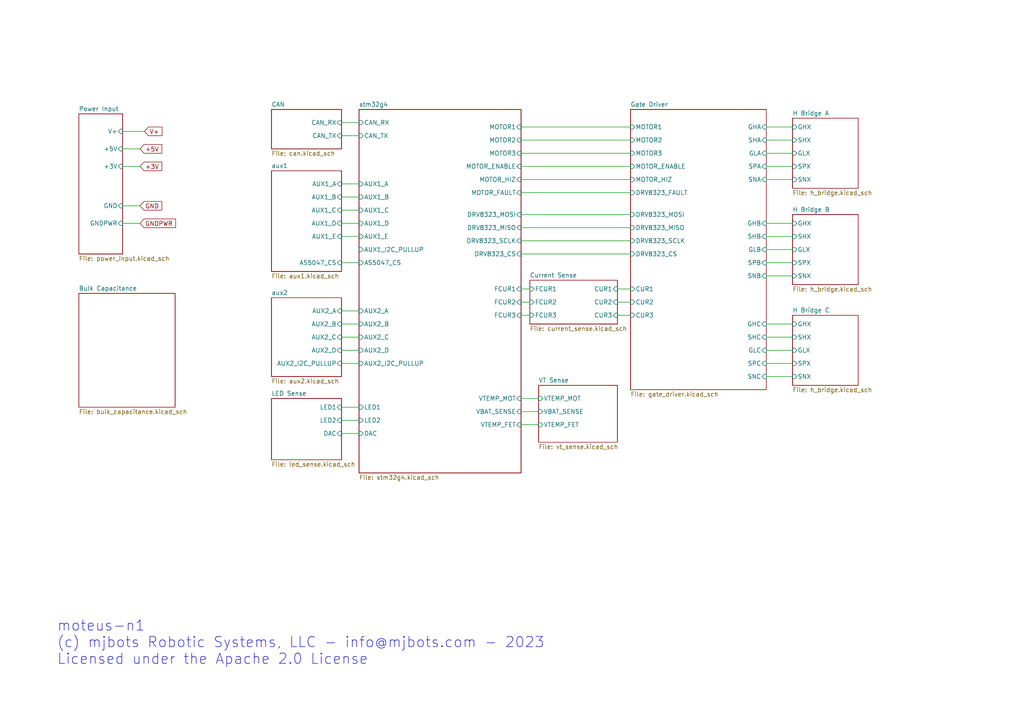
<source format=kicad_sch>
(kicad_sch (version 20230121) (generator eeschema)

  (uuid bd70986b-b0dc-4add-82aa-78459b97d0c4)

  (paper "A4")

  (title_block
    (title "moteus-c1")
    (rev "1.0")
  )

  (lib_symbols
  )


  (wire (pts (xy 222.25 40.64) (xy 229.87 40.64))
    (stroke (width 0) (type default))
    (uuid 0453d13e-9080-4435-bba4-fa9a0ddcebb0)
  )
  (wire (pts (xy 222.25 72.39) (xy 229.87 72.39))
    (stroke (width 0) (type default))
    (uuid 06cebf6d-32e3-4fe3-944f-1dadb524f351)
  )
  (wire (pts (xy 99.06 125.73) (xy 104.14 125.73))
    (stroke (width 0) (type default))
    (uuid 0782cdb1-943c-40e4-8735-cf8a0a43bf93)
  )
  (wire (pts (xy 222.25 101.6) (xy 229.87 101.6))
    (stroke (width 0) (type default))
    (uuid 1033ac11-18b4-4320-97dd-9f009dcd35e6)
  )
  (wire (pts (xy 151.13 91.44) (xy 153.67 91.44))
    (stroke (width 0) (type default))
    (uuid 1865345f-fe97-471a-9109-72d0ada36363)
  )
  (wire (pts (xy 99.06 53.34) (xy 104.14 53.34))
    (stroke (width 0) (type default))
    (uuid 1ec38ec3-0093-4da9-b03a-57f768c9a937)
  )
  (wire (pts (xy 222.25 36.83) (xy 229.87 36.83))
    (stroke (width 0) (type default))
    (uuid 24001307-4503-463f-9e64-b03ff696eac6)
  )
  (wire (pts (xy 151.13 40.64) (xy 182.88 40.64))
    (stroke (width 0) (type default))
    (uuid 2c766db2-a1c1-4d45-882e-6e2b971b0721)
  )
  (wire (pts (xy 179.07 91.44) (xy 182.88 91.44))
    (stroke (width 0) (type default))
    (uuid 33b92c91-c855-4ed8-a118-03f490120128)
  )
  (wire (pts (xy 222.25 48.26) (xy 229.87 48.26))
    (stroke (width 0) (type default))
    (uuid 3697ced4-034c-4d38-9978-7841bc5ec705)
  )
  (wire (pts (xy 151.13 36.83) (xy 182.88 36.83))
    (stroke (width 0) (type default))
    (uuid 37eacf1f-e12b-449f-be81-415a3cf7c255)
  )
  (wire (pts (xy 99.06 64.77) (xy 104.14 64.77))
    (stroke (width 0) (type default))
    (uuid 3b070ee2-69ea-4a8e-8387-bce930f11d2c)
  )
  (wire (pts (xy 99.06 60.96) (xy 104.14 60.96))
    (stroke (width 0) (type default))
    (uuid 3c6cdbdd-80a6-4106-a104-ecf2b8dcdc78)
  )
  (wire (pts (xy 151.13 87.63) (xy 153.67 87.63))
    (stroke (width 0) (type default))
    (uuid 41888145-369c-4744-af8a-6f546c2f535e)
  )
  (wire (pts (xy 222.25 109.22) (xy 229.87 109.22))
    (stroke (width 0) (type default))
    (uuid 4206b13f-87f6-4911-a518-70be2f7bf3b6)
  )
  (wire (pts (xy 222.25 64.77) (xy 229.87 64.77))
    (stroke (width 0) (type default))
    (uuid 43830f74-4b7a-41f1-a6fd-b5d139b546fe)
  )
  (wire (pts (xy 35.56 64.77) (xy 40.64 64.77))
    (stroke (width 0) (type default))
    (uuid 463da0ce-dcdb-40a9-9496-18c3ea487abf)
  )
  (wire (pts (xy 179.07 87.63) (xy 182.88 87.63))
    (stroke (width 0) (type default))
    (uuid 481e7171-3215-4a72-925a-c2c2e16bec08)
  )
  (wire (pts (xy 99.06 97.79) (xy 104.14 97.79))
    (stroke (width 0) (type default))
    (uuid 4bccdd40-a79b-4a84-9488-170b62bc37aa)
  )
  (wire (pts (xy 151.13 83.82) (xy 153.67 83.82))
    (stroke (width 0) (type default))
    (uuid 4d9100c2-9bbc-45c4-beb1-738fa3de1d21)
  )
  (wire (pts (xy 222.25 97.79) (xy 229.87 97.79))
    (stroke (width 0) (type default))
    (uuid 4e3b4b01-870a-4a40-8b1d-bd18afe20538)
  )
  (wire (pts (xy 99.06 39.37) (xy 104.14 39.37))
    (stroke (width 0) (type default))
    (uuid 4e9818c5-7afe-4557-93db-958cbe51a646)
  )
  (wire (pts (xy 99.06 93.98) (xy 104.14 93.98))
    (stroke (width 0) (type default))
    (uuid 4f6fa7af-a5fb-43de-b5a2-553fa64204bf)
  )
  (wire (pts (xy 99.06 76.2) (xy 104.14 76.2))
    (stroke (width 0) (type default))
    (uuid 53d35f48-69dd-4635-80ca-a660570cf0ad)
  )
  (wire (pts (xy 222.25 93.98) (xy 229.87 93.98))
    (stroke (width 0) (type default))
    (uuid 599dc9c1-f4f2-4c7a-9e70-5695e720f4be)
  )
  (wire (pts (xy 99.06 101.6) (xy 104.14 101.6))
    (stroke (width 0) (type default))
    (uuid 5ffd32fc-61c8-4e9c-bb5f-3b8d9b302d51)
  )
  (wire (pts (xy 222.25 80.01) (xy 229.87 80.01))
    (stroke (width 0) (type default))
    (uuid 66322f1e-d1e0-4ec7-81b9-3a270ade5f8c)
  )
  (wire (pts (xy 99.06 121.92) (xy 104.14 121.92))
    (stroke (width 0) (type default))
    (uuid 70ced2b9-d0e8-48c2-ba0a-334ea6d8527e)
  )
  (wire (pts (xy 222.25 44.45) (xy 229.87 44.45))
    (stroke (width 0) (type default))
    (uuid 764fc7a8-bd12-4cc1-8ba1-5aff1b2b240b)
  )
  (wire (pts (xy 179.07 83.82) (xy 182.88 83.82))
    (stroke (width 0) (type default))
    (uuid 796052cc-1a7f-4514-98b6-70235abdc736)
  )
  (wire (pts (xy 40.64 43.18) (xy 35.56 43.18))
    (stroke (width 0) (type default))
    (uuid 7a8aadcc-5b3d-488b-9981-a84a479324f6)
  )
  (wire (pts (xy 222.25 52.07) (xy 229.87 52.07))
    (stroke (width 0) (type default))
    (uuid 7c61daa9-f799-456f-aa33-deedbfa81e41)
  )
  (wire (pts (xy 222.25 76.2) (xy 229.87 76.2))
    (stroke (width 0) (type default))
    (uuid 844bbc3c-0f96-4d71-8729-f785ceede3ba)
  )
  (wire (pts (xy 99.06 90.17) (xy 104.14 90.17))
    (stroke (width 0) (type default))
    (uuid 869587b4-4881-478f-87cc-752617f71beb)
  )
  (wire (pts (xy 151.13 55.88) (xy 182.88 55.88))
    (stroke (width 0) (type default))
    (uuid 89048943-3ced-45eb-a09b-1b1c89518b0b)
  )
  (wire (pts (xy 151.13 115.57) (xy 156.21 115.57))
    (stroke (width 0) (type default))
    (uuid 8cb62fdb-6ac5-4472-9cd8-cfded8ae8821)
  )
  (wire (pts (xy 151.13 48.26) (xy 182.88 48.26))
    (stroke (width 0) (type default))
    (uuid 8d1a773c-86e9-4e11-a028-6c6e0603cc6c)
  )
  (wire (pts (xy 99.06 118.11) (xy 104.14 118.11))
    (stroke (width 0) (type default))
    (uuid 8e8b7372-6563-4416-a465-05790d18d53a)
  )
  (wire (pts (xy 151.13 62.23) (xy 182.88 62.23))
    (stroke (width 0) (type default))
    (uuid 8fa66462-4b3c-45ac-bf48-f15ee54cc6ff)
  )
  (wire (pts (xy 151.13 44.45) (xy 182.88 44.45))
    (stroke (width 0) (type default))
    (uuid 9088ed93-83bb-4519-9ee2-11879f8b914b)
  )
  (wire (pts (xy 99.06 35.56) (xy 104.14 35.56))
    (stroke (width 0) (type default))
    (uuid 931315d6-f4ac-478d-a428-b38de7e51198)
  )
  (wire (pts (xy 99.06 105.41) (xy 104.14 105.41))
    (stroke (width 0) (type default))
    (uuid 9408c1d2-8bfa-4a29-8ea1-0040de5150b0)
  )
  (wire (pts (xy 151.13 73.66) (xy 182.88 73.66))
    (stroke (width 0) (type default))
    (uuid 9cf5a255-a134-4763-929c-8318b91128be)
  )
  (wire (pts (xy 151.13 52.07) (xy 182.88 52.07))
    (stroke (width 0) (type default))
    (uuid ab89158e-aba2-44de-a418-05120789495b)
  )
  (wire (pts (xy 222.25 68.58) (xy 229.87 68.58))
    (stroke (width 0) (type default))
    (uuid b48d51bc-f669-43b6-8c37-2ef52649d2f0)
  )
  (wire (pts (xy 222.25 105.41) (xy 229.87 105.41))
    (stroke (width 0) (type default))
    (uuid b5c047f6-e70c-4f04-908a-cd6e9a92216a)
  )
  (wire (pts (xy 99.06 57.15) (xy 104.14 57.15))
    (stroke (width 0) (type default))
    (uuid bc91fbdf-b599-44b8-96ae-226361219fcf)
  )
  (wire (pts (xy 35.56 38.1) (xy 41.91 38.1))
    (stroke (width 0) (type default))
    (uuid c645c1ee-d10f-4128-b488-78b7aae92737)
  )
  (wire (pts (xy 151.13 123.19) (xy 156.21 123.19))
    (stroke (width 0) (type default))
    (uuid c71b479f-003b-4ff8-abd1-9c02abe4a90c)
  )
  (wire (pts (xy 99.06 68.58) (xy 104.14 68.58))
    (stroke (width 0) (type default))
    (uuid d2c7d05b-e2e1-4628-9e2f-9f550c4a3d62)
  )
  (wire (pts (xy 40.64 48.26) (xy 35.56 48.26))
    (stroke (width 0) (type default))
    (uuid da315b48-ff91-4de0-b484-94bca6b894c0)
  )
  (wire (pts (xy 151.13 119.38) (xy 156.21 119.38))
    (stroke (width 0) (type default))
    (uuid ed03b628-99ad-49fb-8a6a-d0df7f5c5d1d)
  )
  (wire (pts (xy 35.56 59.69) (xy 40.64 59.69))
    (stroke (width 0) (type default))
    (uuid eeab07e6-705f-4caa-b291-01932e6a47c7)
  )
  (wire (pts (xy 151.13 69.85) (xy 182.88 69.85))
    (stroke (width 0) (type default))
    (uuid f6009420-031e-4fc5-8440-c0e7ea54997e)
  )
  (wire (pts (xy 151.13 66.04) (xy 182.88 66.04))
    (stroke (width 0) (type default))
    (uuid ff2d98f1-52a1-4f36-89cb-d629dd695026)
  )

  (text "moteus-n1\n(c) mjbots Robotic Systems, LLC - info@mjbots.com - 2023\nLicensed under the Apache 2.0 License"
    (at 16.51 193.04 0)
    (effects (font (size 3 3)) (justify left bottom))
    (uuid e1dda6fd-0178-41ae-8fbc-01df90c7fa5a)
  )

  (global_label "+3V" (shape input) (at 40.64 48.26 0) (fields_autoplaced)
    (effects (font (size 1.27 1.27)) (justify left))
    (uuid 0add2a8d-7d75-4b82-9400-a19b1f33875f)
    (property "Intersheetrefs" "${INTERSHEET_REFS}" (at 47.4957 48.26 0)
      (effects (font (size 1.27 1.27)) (justify left) hide)
    )
  )
  (global_label "V+" (shape input) (at 41.91 38.1 0) (fields_autoplaced)
    (effects (font (size 1.27 1.27)) (justify left))
    (uuid 67f96dfa-4157-4fdb-9391-d94043ef23e9)
    (property "Intersheetrefs" "${INTERSHEET_REFS}" (at 47.5562 38.1 0)
      (effects (font (size 1.27 1.27)) (justify left) hide)
    )
  )
  (global_label "+5V" (shape input) (at 40.64 43.18 0) (fields_autoplaced)
    (effects (font (size 1.27 1.27)) (justify left))
    (uuid 6d3719a9-59ed-46ce-bdcb-f5077188ce3b)
    (property "Intersheetrefs" "${INTERSHEET_REFS}" (at 47.4957 43.18 0)
      (effects (font (size 1.27 1.27)) (justify left) hide)
    )
  )
  (global_label "GNDPWR" (shape input) (at 40.64 64.77 0) (fields_autoplaced)
    (effects (font (size 1.27 1.27)) (justify left))
    (uuid 6e68f8c3-fd1f-4ce1-8a3b-28de0a918834)
    (property "Intersheetrefs" "${INTERSHEET_REFS}" (at 51.4871 64.77 0)
      (effects (font (size 1.27 1.27)) (justify left) hide)
    )
  )
  (global_label "GND" (shape input) (at 40.64 59.69 0) (fields_autoplaced)
    (effects (font (size 1.27 1.27)) (justify left))
    (uuid fa8d774d-aeec-464f-badb-bd0544670260)
    (property "Intersheetrefs" "${INTERSHEET_REFS}" (at 47.4957 59.69 0)
      (effects (font (size 1.27 1.27)) (justify left) hide)
    )
  )

  (sheet (at 156.21 111.76) (size 22.86 16.51) (fields_autoplaced)
    (stroke (width 0.1524) (type solid))
    (fill (color 0 0 0 0.0000))
    (uuid 48d13d89-b8be-47a2-a862-a49a2f59de27)
    (property "Sheetname" "VT Sense" (at 156.21 111.0484 0)
      (effects (font (size 1.27 1.27)) (justify left bottom))
    )
    (property "Sheetfile" "vt_sense.kicad_sch" (at 156.21 128.8546 0)
      (effects (font (size 1.27 1.27)) (justify left top))
    )
    (pin "VBAT_SENSE" input (at 156.21 119.38 180)
      (effects (font (size 1.27 1.27)) (justify left))
      (uuid bbb3b8f2-9534-4eeb-9b65-d8eddf54a171)
    )
    (pin "VTEMP_FET" input (at 156.21 123.19 180)
      (effects (font (size 1.27 1.27)) (justify left))
      (uuid 29ddb265-c2e5-47df-b2a3-3d3d9f45eeb5)
    )
    (pin "VTEMP_MOT" input (at 156.21 115.57 180)
      (effects (font (size 1.27 1.27)) (justify left))
      (uuid f9c92c9e-6521-4e64-890d-03497dfa20b6)
    )
    (instances
      (project "moteus_c1"
        (path "/bd70986b-b0dc-4add-82aa-78459b97d0c4" (page "10"))
      )
    )
  )

  (sheet (at 78.74 115.57) (size 20.32 17.78) (fields_autoplaced)
    (stroke (width 0.1524) (type solid))
    (fill (color 0 0 0 0.0000))
    (uuid 54136a62-2cda-4bb6-b3b3-758464ba372d)
    (property "Sheetname" "LED Sense" (at 78.74 114.8584 0)
      (effects (font (size 1.27 1.27)) (justify left bottom))
    )
    (property "Sheetfile" "led_sense.kicad_sch" (at 78.74 133.9346 0)
      (effects (font (size 1.27 1.27)) (justify left top))
    )
    (pin "LED1" input (at 99.06 118.11 0)
      (effects (font (size 1.27 1.27)) (justify right))
      (uuid 52014f76-d07a-4d42-9dcc-359e348e63d2)
    )
    (pin "LED2" input (at 99.06 121.92 0)
      (effects (font (size 1.27 1.27)) (justify right))
      (uuid 3d783969-8eaf-44bf-9cb0-c9f481e259b3)
    )
    (pin "DAC" input (at 99.06 125.73 0)
      (effects (font (size 1.27 1.27)) (justify right))
      (uuid e9898270-2802-41e2-aed1-92397e843c02)
    )
    (instances
      (project "moteus_c1"
        (path "/bd70986b-b0dc-4add-82aa-78459b97d0c4" (page "13"))
      )
    )
  )

  (sheet (at 104.14 31.75) (size 46.99 105.41) (fields_autoplaced)
    (stroke (width 0.1524) (type solid))
    (fill (color 0 0 0 0.0000))
    (uuid 5e769ee1-ce48-46cf-88a7-f438acd37f48)
    (property "Sheetname" "stm32g4" (at 104.14 31.0384 0)
      (effects (font (size 1.27 1.27)) (justify left bottom))
    )
    (property "Sheetfile" "stm32g4.kicad_sch" (at 104.14 137.7446 0)
      (effects (font (size 1.27 1.27)) (justify left top))
    )
    (pin "MOTOR1" input (at 151.13 36.83 0)
      (effects (font (size 1.27 1.27)) (justify right))
      (uuid 70b10a71-a2e0-4954-a4d1-22aa9ee706f2)
    )
    (pin "MOTOR2" input (at 151.13 40.64 0)
      (effects (font (size 1.27 1.27)) (justify right))
      (uuid a3918b9f-bb98-4d3d-a359-83606ffa795e)
    )
    (pin "MOTOR3" input (at 151.13 44.45 0)
      (effects (font (size 1.27 1.27)) (justify right))
      (uuid 320f647b-4662-4273-9ab7-8ea6029950cb)
    )
    (pin "FCUR1" input (at 151.13 83.82 0)
      (effects (font (size 1.27 1.27)) (justify right))
      (uuid 0b64a39d-f353-4b46-9823-f94021a998cd)
    )
    (pin "FCUR2" input (at 151.13 87.63 0)
      (effects (font (size 1.27 1.27)) (justify right))
      (uuid 0614a92f-826d-43ce-babd-f4b388ad4f5c)
    )
    (pin "DAC" input (at 104.14 125.73 180)
      (effects (font (size 1.27 1.27)) (justify left))
      (uuid 4a4b986d-a676-4b7b-9a60-fb3218282e47)
    )
    (pin "AUX1_A" input (at 104.14 53.34 180)
      (effects (font (size 1.27 1.27)) (justify left))
      (uuid a27b1f1c-6a1d-49e4-9b87-01420245adbc)
    )
    (pin "VTEMP_MOT" input (at 151.13 115.57 0)
      (effects (font (size 1.27 1.27)) (justify right))
      (uuid b581ba8a-b98a-45f7-8dfc-9b74f99d3f59)
    )
    (pin "VBAT_SENSE" input (at 151.13 119.38 0)
      (effects (font (size 1.27 1.27)) (justify right))
      (uuid 981d6cda-c12b-44fa-9295-757ae7cc6947)
    )
    (pin "AUX2_B" input (at 104.14 93.98 180)
      (effects (font (size 1.27 1.27)) (justify left))
      (uuid 67889a2c-1018-4604-8628-d4a74123c04e)
    )
    (pin "AUX2_C" input (at 104.14 97.79 180)
      (effects (font (size 1.27 1.27)) (justify left))
      (uuid 6ddc16a0-38c2-46cf-b91c-e6ef3a427c96)
    )
    (pin "AUX1_C" input (at 104.14 60.96 180)
      (effects (font (size 1.27 1.27)) (justify left))
      (uuid 0f1a3287-731b-4b29-98c1-99e55d046400)
    )
    (pin "MOTOR_ENABLE" input (at 151.13 48.26 0)
      (effects (font (size 1.27 1.27)) (justify right))
      (uuid edecaf73-408c-4ae5-b7d2-88dffd5a12dc)
    )
    (pin "MOTOR_HIZ" input (at 151.13 52.07 0)
      (effects (font (size 1.27 1.27)) (justify right))
      (uuid 40c45712-b27d-4748-9ba4-bc903559b253)
    )
    (pin "AUX2_A" input (at 104.14 90.17 180)
      (effects (font (size 1.27 1.27)) (justify left))
      (uuid 1379d3fe-5875-465d-bffb-51da10eff678)
    )
    (pin "DRV8323_MOSI" input (at 151.13 62.23 0)
      (effects (font (size 1.27 1.27)) (justify right))
      (uuid b946a3ec-d305-4545-bf6f-dbb5bd44ae84)
    )
    (pin "DRV8323_MISO" input (at 151.13 66.04 0)
      (effects (font (size 1.27 1.27)) (justify right))
      (uuid a4d4cc57-8812-4745-adac-316b3088919f)
    )
    (pin "DRV8323_SCLK" input (at 151.13 69.85 0)
      (effects (font (size 1.27 1.27)) (justify right))
      (uuid a4bd8c15-cf04-4587-98f7-f1052c579b2a)
    )
    (pin "LED2" input (at 104.14 121.92 180)
      (effects (font (size 1.27 1.27)) (justify left))
      (uuid 95d6c0cf-3bd7-418e-a962-1e5190d82c69)
    )
    (pin "MOTOR_FAULT" input (at 151.13 55.88 0)
      (effects (font (size 1.27 1.27)) (justify right))
      (uuid ca9ba732-a542-4e75-af73-82a967674198)
    )
    (pin "LED1" input (at 104.14 118.11 180)
      (effects (font (size 1.27 1.27)) (justify left))
      (uuid 5a7844ef-15cb-411f-8416-633f0f23ed6a)
    )
    (pin "DRV8323_CS" input (at 151.13 73.66 0)
      (effects (font (size 1.27 1.27)) (justify right))
      (uuid f8e8da0b-0bb8-4137-a3a0-055648f6bad9)
    )
    (pin "AUX2_I2C_PULLUP" input (at 104.14 105.41 180)
      (effects (font (size 1.27 1.27)) (justify left))
      (uuid 486bf4e6-54b1-447f-b3ae-8bc8eb01547f)
    )
    (pin "AUX1_D" input (at 104.14 64.77 180)
      (effects (font (size 1.27 1.27)) (justify left))
      (uuid 605363f5-0c18-49ae-bd7b-126f26df7c05)
    )
    (pin "AS5047_CS" input (at 104.14 76.2 180)
      (effects (font (size 1.27 1.27)) (justify left))
      (uuid 766ff0cd-27bf-4478-99e6-8d3be7d90359)
    )
    (pin "AUX1_E" input (at 104.14 68.58 180)
      (effects (font (size 1.27 1.27)) (justify left))
      (uuid d8c6b48f-5e4e-42f9-a173-c5ab047468a6)
    )
    (pin "FCUR3" input (at 151.13 91.44 0)
      (effects (font (size 1.27 1.27)) (justify right))
      (uuid 035b8ab7-f6a2-402b-b947-54360fbb5b7f)
    )
    (pin "AUX1_B" input (at 104.14 57.15 180)
      (effects (font (size 1.27 1.27)) (justify left))
      (uuid b2947f30-6eab-4d95-968f-ea444871da86)
    )
    (pin "CAN_RX" input (at 104.14 35.56 180)
      (effects (font (size 1.27 1.27)) (justify left))
      (uuid 36a405e7-1f4f-4e5f-9456-2728b76ceb9e)
    )
    (pin "CAN_TX" input (at 104.14 39.37 180)
      (effects (font (size 1.27 1.27)) (justify left))
      (uuid e315c754-abdb-43a3-a2b3-715febb28294)
    )
    (pin "VTEMP_FET" input (at 151.13 123.19 0)
      (effects (font (size 1.27 1.27)) (justify right))
      (uuid ab8d41a5-2379-41c5-bf67-e3683889fbd2)
    )
    (pin "AUX2_D" input (at 104.14 101.6 180)
      (effects (font (size 1.27 1.27)) (justify left))
      (uuid 405b8ec8-1386-4b8c-b178-4c38c3bd5f3e)
    )
    (pin "AUX1_I2C_PULLUP" input (at 104.14 72.39 180)
      (effects (font (size 1.27 1.27)) (justify left))
      (uuid 31b3a625-5a12-4e02-9f3f-dc793bd4ce26)
    )
    (instances
      (project "moteus_c1"
        (path "/bd70986b-b0dc-4add-82aa-78459b97d0c4" (page "3"))
      )
    )
  )

  (sheet (at 229.87 62.23) (size 19.05 20.32) (fields_autoplaced)
    (stroke (width 0.1524) (type solid))
    (fill (color 0 0 0 0.0000))
    (uuid 84723ca0-3c55-4a96-8456-927d28db47e5)
    (property "Sheetname" "H Bridge B" (at 229.87 61.5184 0)
      (effects (font (size 1.27 1.27)) (justify left bottom))
    )
    (property "Sheetfile" "h_bridge.kicad_sch" (at 229.87 83.1346 0)
      (effects (font (size 1.27 1.27)) (justify left top))
    )
    (pin "SHX" input (at 229.87 68.58 180)
      (effects (font (size 1.27 1.27)) (justify left))
      (uuid c6675c63-31be-45e4-9072-833e423689f2)
    )
    (pin "GHX" input (at 229.87 64.77 180)
      (effects (font (size 1.27 1.27)) (justify left))
      (uuid 9457bccb-d9ab-4c1a-9996-38d8850ad9e8)
    )
    (pin "SPX" input (at 229.87 76.2 180)
      (effects (font (size 1.27 1.27)) (justify left))
      (uuid e13f62bf-8430-4a83-a6a5-a169d1c6dab0)
    )
    (pin "SNX" input (at 229.87 80.01 180)
      (effects (font (size 1.27 1.27)) (justify left))
      (uuid d9089f49-9cbd-44fd-a6e9-b8b150684293)
    )
    (pin "GLX" input (at 229.87 72.39 180)
      (effects (font (size 1.27 1.27)) (justify left))
      (uuid b5408892-1a1c-48a6-9e11-af4703d58c75)
    )
    (instances
      (project "moteus_c1"
        (path "/bd70986b-b0dc-4add-82aa-78459b97d0c4" (page "6"))
      )
    )
  )

  (sheet (at 22.86 85.09) (size 27.94 33.02) (fields_autoplaced)
    (stroke (width 0.1524) (type solid))
    (fill (color 0 0 0 0.0000))
    (uuid 87da30b6-f12f-4b45-8295-412e1241022b)
    (property "Sheetname" "Bulk Capacitance" (at 22.86 84.3784 0)
      (effects (font (size 1.27 1.27)) (justify left bottom))
    )
    (property "Sheetfile" "bulk_capacitance.kicad_sch" (at 22.86 118.6946 0)
      (effects (font (size 1.27 1.27)) (justify left top))
    )
    (instances
      (project "moteus_c1"
        (path "/bd70986b-b0dc-4add-82aa-78459b97d0c4" (page "14"))
      )
    )
  )

  (sheet (at 229.87 91.44) (size 19.05 20.32) (fields_autoplaced)
    (stroke (width 0.1524) (type solid))
    (fill (color 0 0 0 0.0000))
    (uuid 925a84d2-19c0-462d-bae4-aa3034c06df6)
    (property "Sheetname" "H Bridge C" (at 229.87 90.7284 0)
      (effects (font (size 1.27 1.27)) (justify left bottom))
    )
    (property "Sheetfile" "h_bridge.kicad_sch" (at 229.87 112.3446 0)
      (effects (font (size 1.27 1.27)) (justify left top))
    )
    (pin "SHX" input (at 229.87 97.79 180)
      (effects (font (size 1.27 1.27)) (justify left))
      (uuid da7b01af-2d6b-4bef-8fd9-d3aef9cb7b42)
    )
    (pin "GHX" input (at 229.87 93.98 180)
      (effects (font (size 1.27 1.27)) (justify left))
      (uuid a2669cb3-7fcf-4b73-b3e8-74851dda05b5)
    )
    (pin "SPX" input (at 229.87 105.41 180)
      (effects (font (size 1.27 1.27)) (justify left))
      (uuid 74cd9d0c-7475-4fa0-963d-cac619f13b8e)
    )
    (pin "SNX" input (at 229.87 109.22 180)
      (effects (font (size 1.27 1.27)) (justify left))
      (uuid 7f2ac8ac-023e-482b-9e2b-a5521ccb53a7)
    )
    (pin "GLX" input (at 229.87 101.6 180)
      (effects (font (size 1.27 1.27)) (justify left))
      (uuid cb3158f0-f0e0-4b21-8273-f415b0a53b42)
    )
    (instances
      (project "moteus_c1"
        (path "/bd70986b-b0dc-4add-82aa-78459b97d0c4" (page "7"))
      )
    )
  )

  (sheet (at 78.74 86.36) (size 20.32 22.86) (fields_autoplaced)
    (stroke (width 0.1524) (type solid))
    (fill (color 0 0 0 0.0000))
    (uuid acdbdec5-9b31-4472-ad9c-e25ff8f3815b)
    (property "Sheetname" "aux2" (at 78.74 85.6484 0)
      (effects (font (size 1.27 1.27)) (justify left bottom))
    )
    (property "Sheetfile" "aux2.kicad_sch" (at 78.74 109.8046 0)
      (effects (font (size 1.27 1.27)) (justify left top))
    )
    (pin "AUX2_A" input (at 99.06 90.17 0)
      (effects (font (size 1.27 1.27)) (justify right))
      (uuid bf0c5ac7-e1da-40bf-be5b-fd5cf04f522c)
    )
    (pin "AUX2_D" input (at 99.06 101.6 0)
      (effects (font (size 1.27 1.27)) (justify right))
      (uuid 96ecb92a-1ee2-4d17-b0c7-c1d08a2c4183)
    )
    (pin "AUX2_C" input (at 99.06 97.79 0)
      (effects (font (size 1.27 1.27)) (justify right))
      (uuid 1420074e-547b-44a0-9943-9ab6fd61b86a)
    )
    (pin "AUX2_B" input (at 99.06 93.98 0)
      (effects (font (size 1.27 1.27)) (justify right))
      (uuid 7ff80d0e-df2e-4b69-b91b-f61fdf2c9d7c)
    )
    (pin "AUX2_I2C_PULLUP" input (at 99.06 105.41 0)
      (effects (font (size 1.27 1.27)) (justify right))
      (uuid 1f11fc10-4685-4ebe-9571-0596cbb48a80)
    )
    (instances
      (project "moteus_c1"
        (path "/bd70986b-b0dc-4add-82aa-78459b97d0c4" (page "11"))
      )
    )
  )

  (sheet (at 153.67 81.28) (size 25.4 12.7) (fields_autoplaced)
    (stroke (width 0.1524) (type solid))
    (fill (color 0 0 0 0.0000))
    (uuid adfb1ba9-8cbb-4111-b231-612817615ad7)
    (property "Sheetname" "Current Sense" (at 153.67 80.5684 0)
      (effects (font (size 1.27 1.27)) (justify left bottom))
    )
    (property "Sheetfile" "current_sense.kicad_sch" (at 153.67 94.5646 0)
      (effects (font (size 1.27 1.27)) (justify left top))
    )
    (pin "CUR3" input (at 179.07 91.44 0)
      (effects (font (size 1.27 1.27)) (justify right))
      (uuid ddb6cf6d-ff5d-4606-88d3-f6475f2656c0)
    )
    (pin "CUR2" input (at 179.07 87.63 0)
      (effects (font (size 1.27 1.27)) (justify right))
      (uuid d9a31b58-e696-46f0-be42-5b4f7feb43dc)
    )
    (pin "CUR1" input (at 179.07 83.82 0)
      (effects (font (size 1.27 1.27)) (justify right))
      (uuid 1abaafd8-95c8-4802-ae61-b4e0896f9237)
    )
    (pin "FCUR1" input (at 153.67 83.82 180)
      (effects (font (size 1.27 1.27)) (justify left))
      (uuid 1fb7c95f-53b0-4e00-a52d-3dd6b651e86a)
    )
    (pin "FCUR3" input (at 153.67 91.44 180)
      (effects (font (size 1.27 1.27)) (justify left))
      (uuid 8af399a1-f321-4e0b-854e-5bcf5161bfdb)
    )
    (pin "FCUR2" input (at 153.67 87.63 180)
      (effects (font (size 1.27 1.27)) (justify left))
      (uuid b2faca98-51d0-4a25-bbe9-fe26b738774d)
    )
    (instances
      (project "moteus_c1"
        (path "/bd70986b-b0dc-4add-82aa-78459b97d0c4" (page "8"))
      )
    )
  )

  (sheet (at 182.88 31.75) (size 39.37 81.28) (fields_autoplaced)
    (stroke (width 0.1524) (type solid))
    (fill (color 0 0 0 0.0000))
    (uuid b408431b-0e42-4242-b4c3-a4965027c029)
    (property "Sheetname" "Gate Driver" (at 182.88 31.0384 0)
      (effects (font (size 1.27 1.27)) (justify left bottom))
    )
    (property "Sheetfile" "gate_driver.kicad_sch" (at 182.88 113.6146 0)
      (effects (font (size 1.27 1.27)) (justify left top))
    )
    (pin "GHA" input (at 222.25 36.83 0)
      (effects (font (size 1.27 1.27)) (justify right))
      (uuid de107f88-6b2a-4381-a423-850a0ebab33c)
    )
    (pin "SHA" input (at 222.25 40.64 0)
      (effects (font (size 1.27 1.27)) (justify right))
      (uuid d47b3e22-e455-4548-a10b-c7a6f0503104)
    )
    (pin "GLA" input (at 222.25 44.45 0)
      (effects (font (size 1.27 1.27)) (justify right))
      (uuid d22ae9dc-3622-4353-9cfc-54d15b3ef5d3)
    )
    (pin "GHC" input (at 222.25 93.98 0)
      (effects (font (size 1.27 1.27)) (justify right))
      (uuid f310ee8e-d47e-4c4f-9726-bf38928c9976)
    )
    (pin "SHC" input (at 222.25 97.79 0)
      (effects (font (size 1.27 1.27)) (justify right))
      (uuid 54fae1f4-930f-4ff3-bc99-3d838d276746)
    )
    (pin "GHB" input (at 222.25 64.77 0)
      (effects (font (size 1.27 1.27)) (justify right))
      (uuid 49477106-abb4-4cd7-b41f-a7826e64fdf4)
    )
    (pin "SHB" input (at 222.25 68.58 0)
      (effects (font (size 1.27 1.27)) (justify right))
      (uuid 1274d28a-1620-4841-83fa-d714178bee8d)
    )
    (pin "GLB" input (at 222.25 72.39 0)
      (effects (font (size 1.27 1.27)) (justify right))
      (uuid ea50343b-229e-4143-b7c4-0abc3ddb73c9)
    )
    (pin "MOTOR2" input (at 182.88 40.64 180)
      (effects (font (size 1.27 1.27)) (justify left))
      (uuid d6395815-ad59-496b-91a2-376a1d3ac1b5)
    )
    (pin "MOTOR_HIZ" input (at 182.88 52.07 180)
      (effects (font (size 1.27 1.27)) (justify left))
      (uuid 0da09653-0688-4f91-a115-42a9d66d633e)
    )
    (pin "MOTOR1" input (at 182.88 36.83 180)
      (effects (font (size 1.27 1.27)) (justify left))
      (uuid 716be231-f9f7-4959-a61c-ef5017d3a47a)
    )
    (pin "MOTOR_ENABLE" input (at 182.88 48.26 180)
      (effects (font (size 1.27 1.27)) (justify left))
      (uuid b6b4bc8b-ecee-4c2f-8ef3-c000603ba82e)
    )
    (pin "MOTOR3" input (at 182.88 44.45 180)
      (effects (font (size 1.27 1.27)) (justify left))
      (uuid d29f4440-2029-4555-874f-28236e85335a)
    )
    (pin "DRV8323_MISO" input (at 182.88 66.04 180)
      (effects (font (size 1.27 1.27)) (justify left))
      (uuid e26a031a-aa1b-4a04-ac6a-bd23f7ec769d)
    )
    (pin "DRV8323_MOSI" input (at 182.88 62.23 180)
      (effects (font (size 1.27 1.27)) (justify left))
      (uuid b9b7185b-c2fe-4904-9f17-a4f39fea0b46)
    )
    (pin "DRV8323_SCLK" input (at 182.88 69.85 180)
      (effects (font (size 1.27 1.27)) (justify left))
      (uuid 4baf0474-8408-44be-a516-f9bf770dbab5)
    )
    (pin "DRV8323_CS" input (at 182.88 73.66 180)
      (effects (font (size 1.27 1.27)) (justify left))
      (uuid ebc4ce5d-a907-4470-8079-a1c853ce29a8)
    )
    (pin "DRV8323_FAULT" input (at 182.88 55.88 180)
      (effects (font (size 1.27 1.27)) (justify left))
      (uuid 63152836-030f-4e1e-b552-da2b41fad633)
    )
    (pin "CUR1" input (at 182.88 83.82 180)
      (effects (font (size 1.27 1.27)) (justify left))
      (uuid 8ca1aa6d-a65e-42e5-adee-8b41d04e5975)
    )
    (pin "CUR2" input (at 182.88 87.63 180)
      (effects (font (size 1.27 1.27)) (justify left))
      (uuid 0c8c85e5-b3d7-45ff-946e-d9fc0cf02615)
    )
    (pin "CUR3" input (at 182.88 91.44 180)
      (effects (font (size 1.27 1.27)) (justify left))
      (uuid a64c81f2-13ef-4f0a-aa36-866da43a0c53)
    )
    (pin "SNA" input (at 222.25 52.07 0)
      (effects (font (size 1.27 1.27)) (justify right))
      (uuid d01ac95d-d9e5-4537-a026-7fe8b8e19ef1)
    )
    (pin "GLC" input (at 222.25 101.6 0)
      (effects (font (size 1.27 1.27)) (justify right))
      (uuid 63278131-4a9b-4254-8b9e-401d2572cfcf)
    )
    (pin "SPC" input (at 222.25 105.41 0)
      (effects (font (size 1.27 1.27)) (justify right))
      (uuid dc116be9-82f6-417f-93ce-3ed586b1e6fe)
    )
    (pin "SNC" input (at 222.25 109.22 0)
      (effects (font (size 1.27 1.27)) (justify right))
      (uuid 031ea14c-ff43-436b-9cee-0bbda34decd2)
    )
    (pin "SPB" input (at 222.25 76.2 0)
      (effects (font (size 1.27 1.27)) (justify right))
      (uuid 4da9fd8b-722a-4f2a-b678-03732bcae1f6)
    )
    (pin "SNB" input (at 222.25 80.01 0)
      (effects (font (size 1.27 1.27)) (justify right))
      (uuid d5111ac4-8367-4ea2-abf7-27049a39ed45)
    )
    (pin "SPA" input (at 222.25 48.26 0)
      (effects (font (size 1.27 1.27)) (justify right))
      (uuid e48fe514-637c-41a1-b0fb-8d47d3bb6d3b)
    )
    (instances
      (project "moteus_c1"
        (path "/bd70986b-b0dc-4add-82aa-78459b97d0c4" (page "4"))
      )
    )
  )

  (sheet (at 78.74 31.75) (size 20.32 11.43) (fields_autoplaced)
    (stroke (width 0.1524) (type solid))
    (fill (color 0 0 0 0.0000))
    (uuid cf7fb73e-e679-40b6-8bcc-ee7cd8d392ee)
    (property "Sheetname" "CAN" (at 78.74 31.0384 0)
      (effects (font (size 1.27 1.27)) (justify left bottom))
    )
    (property "Sheetfile" "can.kicad_sch" (at 78.74 43.7646 0)
      (effects (font (size 1.27 1.27)) (justify left top))
    )
    (pin "CAN_TX" input (at 99.06 39.37 0)
      (effects (font (size 1.27 1.27)) (justify right))
      (uuid edb4f3e3-162c-43ff-8a11-a1a9845f2c3a)
    )
    (pin "CAN_RX" input (at 99.06 35.56 0)
      (effects (font (size 1.27 1.27)) (justify right))
      (uuid e18a870b-8b6c-4a17-8f68-c46a92bc10c7)
    )
    (instances
      (project "moteus_c1"
        (path "/bd70986b-b0dc-4add-82aa-78459b97d0c4" (page "9"))
      )
    )
  )

  (sheet (at 22.86 33.02) (size 12.7 40.64) (fields_autoplaced)
    (stroke (width 0.1524) (type solid))
    (fill (color 0 0 0 0.0000))
    (uuid d4e0661f-9fe0-45a1-bd14-699222e26efc)
    (property "Sheetname" "Power Input" (at 22.86 32.3084 0)
      (effects (font (size 1.27 1.27)) (justify left bottom))
    )
    (property "Sheetfile" "power_input.kicad_sch" (at 22.86 74.2446 0)
      (effects (font (size 1.27 1.27)) (justify left top))
    )
    (pin "V+" input (at 35.56 38.1 0)
      (effects (font (size 1.27 1.27)) (justify right))
      (uuid 3315bbfb-673e-4fbd-81bb-b4b115acf616)
    )
    (pin "+5V" input (at 35.56 43.18 0)
      (effects (font (size 1.27 1.27)) (justify right))
      (uuid 37234f52-e3a0-4798-9e04-d9efc6120085)
    )
    (pin "+3V" input (at 35.56 48.26 0)
      (effects (font (size 1.27 1.27)) (justify right))
      (uuid 27289056-5a6c-49f4-9efb-83e67da0f9e2)
    )
    (pin "GNDPWR" input (at 35.56 64.77 0)
      (effects (font (size 1.27 1.27)) (justify right))
      (uuid 5ffde5e1-2752-4d94-904d-b0f938c21e35)
    )
    (pin "GND" input (at 35.56 59.69 0)
      (effects (font (size 1.27 1.27)) (justify right))
      (uuid eccda745-aa0d-41f0-8c53-7b71cfe2ba50)
    )
    (instances
      (project "moteus_c1"
        (path "/bd70986b-b0dc-4add-82aa-78459b97d0c4" (page "2"))
      )
    )
  )

  (sheet (at 229.87 34.29) (size 19.05 20.32) (fields_autoplaced)
    (stroke (width 0.1524) (type solid))
    (fill (color 0 0 0 0.0000))
    (uuid e54c5578-fae3-4911-a296-59c945d84f23)
    (property "Sheetname" "H Bridge A" (at 229.87 33.5784 0)
      (effects (font (size 1.27 1.27)) (justify left bottom))
    )
    (property "Sheetfile" "h_bridge.kicad_sch" (at 229.87 55.1946 0)
      (effects (font (size 1.27 1.27)) (justify left top))
    )
    (pin "SHX" input (at 229.87 40.64 180)
      (effects (font (size 1.27 1.27)) (justify left))
      (uuid ac57868a-c6c5-4c18-a849-d78622bb7469)
    )
    (pin "GHX" input (at 229.87 36.83 180)
      (effects (font (size 1.27 1.27)) (justify left))
      (uuid d1ff1c28-b0b0-4529-a553-aebc169a58e8)
    )
    (pin "SPX" input (at 229.87 48.26 180)
      (effects (font (size 1.27 1.27)) (justify left))
      (uuid 3d31cbe6-a25a-400b-9e77-f43739d47b7c)
    )
    (pin "SNX" input (at 229.87 52.07 180)
      (effects (font (size 1.27 1.27)) (justify left))
      (uuid eb9a9772-2a95-4842-9b9c-5907d712a56a)
    )
    (pin "GLX" input (at 229.87 44.45 180)
      (effects (font (size 1.27 1.27)) (justify left))
      (uuid d45dd5eb-8cac-4c3a-8616-b1187d73ab1a)
    )
    (instances
      (project "moteus_c1"
        (path "/bd70986b-b0dc-4add-82aa-78459b97d0c4" (page "5"))
      )
    )
  )

  (sheet (at 78.74 49.53) (size 20.32 29.21) (fields_autoplaced)
    (stroke (width 0.1524) (type solid))
    (fill (color 0 0 0 0.0000))
    (uuid f5ff11e6-5190-457d-9619-daef82e4425b)
    (property "Sheetname" "aux1" (at 78.74 48.8184 0)
      (effects (font (size 1.27 1.27)) (justify left bottom))
    )
    (property "Sheetfile" "aux1.kicad_sch" (at 78.74 79.3246 0)
      (effects (font (size 1.27 1.27)) (justify left top))
    )
    (pin "AUX1_C" input (at 99.06 60.96 0)
      (effects (font (size 1.27 1.27)) (justify right))
      (uuid d9b8cfff-275a-4287-9989-4fc501135716)
    )
    (pin "AS5047_CS" input (at 99.06 76.2 0)
      (effects (font (size 1.27 1.27)) (justify right))
      (uuid bb81e9e2-6951-4793-b17d-2a6152bb5dbc)
    )
    (pin "AUX1_A" input (at 99.06 53.34 0)
      (effects (font (size 1.27 1.27)) (justify right))
      (uuid 9c1fc944-d8ba-4605-a35b-694a6356eda5)
    )
    (pin "AUX1_B" input (at 99.06 57.15 0)
      (effects (font (size 1.27 1.27)) (justify right))
      (uuid 798d5e26-c624-4c71-972c-b27f1d360db6)
    )
    (pin "AUX1_D" input (at 99.06 64.77 0)
      (effects (font (size 1.27 1.27)) (justify right))
      (uuid 42b84bc0-7f44-4450-aa5e-2043b7252929)
    )
    (pin "AUX1_E" input (at 99.06 68.58 0)
      (effects (font (size 1.27 1.27)) (justify right))
      (uuid 1d323e35-1d1c-4605-96cc-4f8bf27a31c9)
    )
    (instances
      (project "moteus_c1"
        (path "/bd70986b-b0dc-4add-82aa-78459b97d0c4" (page "12"))
      )
    )
  )

  (sheet_instances
    (path "/" (page "1"))
  )
)

</source>
